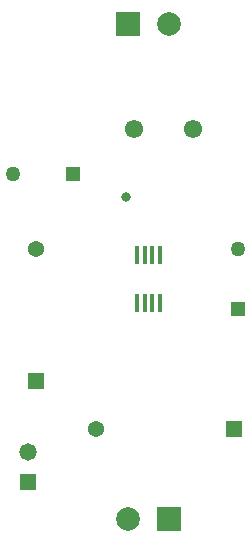
<source format=gbr>
G04*
G04 #@! TF.GenerationSoftware,Altium Limited,Altium Designer,22.4.2 (48)*
G04*
G04 Layer_Color=8388736*
%FSLAX44Y44*%
%MOMM*%
G71*
G04*
G04 #@! TF.SameCoordinates,4A528D61-7CE6-41CA-A9B8-15A1ED942E6C*
G04*
G04*
G04 #@! TF.FilePolarity,Negative*
G04*
G01*
G75*
%ADD14R,0.4572X1.5240*%
%ADD15C,2.0032*%
%ADD16R,2.0032X2.0032*%
%ADD17R,1.4732X1.4732*%
%ADD18C,1.4732*%
%ADD19C,1.5532*%
%ADD20R,1.2632X1.2632*%
%ADD21C,1.2632*%
%ADD22R,1.2632X1.2632*%
%ADD23R,1.3716X1.3716*%
%ADD24C,1.3716*%
%ADD25R,1.3716X1.3716*%
%ADD26C,0.8032*%
D14*
X396650Y487553D02*
D03*
X403150D02*
D03*
X409650D02*
D03*
X416150D02*
D03*
Y528447D02*
D03*
X409650D02*
D03*
X403150D02*
D03*
X396650D02*
D03*
D15*
X423900Y723900D02*
D03*
X388900Y304800D02*
D03*
D16*
Y723900D02*
D03*
X423900Y304800D02*
D03*
D17*
X304800Y336550D02*
D03*
D18*
Y361950D02*
D03*
D19*
X394100Y635000D02*
D03*
X444100D02*
D03*
D20*
X342900Y596900D02*
D03*
D21*
X292100D02*
D03*
X482600Y533400D02*
D03*
D22*
Y482600D02*
D03*
D23*
X311150Y422148D02*
D03*
D24*
Y533400D02*
D03*
X361950Y381000D02*
D03*
D25*
X478790D02*
D03*
D26*
X387350Y577850D02*
D03*
M02*

</source>
